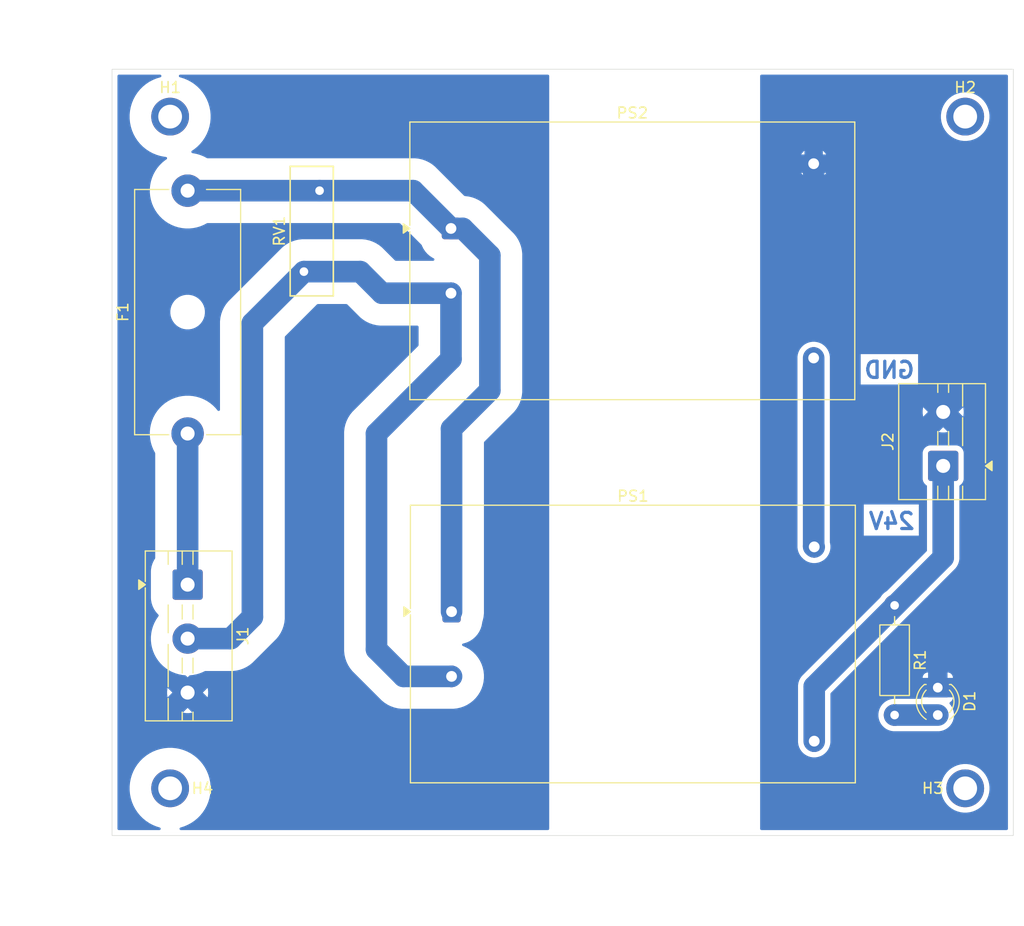
<source format=kicad_pcb>
(kicad_pcb (version 20241229) (generator "pcbnew") (generator_version "9.0")
  (layers (0 "F.Cu" signal) (2 "B.Cu" signal) (13 "F.Paste" user) (15 "B.Paste" user) (5 "F.SilkS" user "F.Silkscreen") (7 "B.SilkS" user "B.Silkscreen") (1 "F.Mask" user) (3 "B.Mask" user) (25 "Edge.Cuts" user))
  (net 0 "")
  (net 1 "Net-(PS1-AC{slash}L)")
  (net 2 "Net-(J1-Pin_1)")
  (net 3 "Earth")
  (net 4 "Net-(J1-Pin_2)")
  (net 5 "GND")
  (net 6 "+24V")
  (net 7 "Net-(PS1--Vout)")
  (net 12 "Net-(D1-A)")
  (footprint "Resistor_THT:R_Axial_DIN0207_L6.3mm_D2.5mm_P10.16mm_Horizontal" (layer "F.Cu") (at 123 85.92 -90)
    (property "Reference" "R1" (at 5.08 -2.37 90) (layer "F.SilkS"))
    (property "Value" "R")
    (fp_line (start 1.04 0) (end 1.81 0) (stroke (width 0.12)) (layer "F.SilkS"))
    (fp_line (start 9.12 0) (end 8.35 0) (stroke (width 0.12)) (layer "F.SilkS"))
    (fp_rect (start 1.81 -1.37) (end 8.35 1.37) (stroke (width 0.12)) (fill no) (layer "F.SilkS"))
    (pad "1" thru_hole circle (at 0 0 270) (size 2 2) (drill 0.8) (layers "*.Cu" "*.Mask") (net 6 "+24V"))
    (pad "2" thru_hole circle (at 10.16 0 270) (size 2 2) (drill 0.8) (layers "*.Cu" "*.Mask") (net 12 "Net-(D1-A)"))
  )
  (footprint "Converter_ACDC:Converter_ACDC_Hi-Link_HLK-5Mxx" (layer "F.Cu") (at 81.9525 86.5)
    (property "Reference" "PS1" (at 16.8 -10.7 0) (layer "F.SilkS"))
    (property "Value" "HLK-5M12")
    (fp_line (start -3.81 -9.86) (end 37.41 -9.86) (stroke (width 0.12)) (layer "F.SilkS"))
    (fp_line (start -3.81 -0.296) (end -3.81 -9.86) (stroke (width 0.12)) (layer "F.SilkS"))
    (fp_line (start -3.81 15.86) (end -3.81 0.296) (stroke (width 0.12)) (layer "F.SilkS"))
    (fp_line (start 37.41 -9.86) (end 37.41 15.86) (stroke (width 0.12)) (layer "F.SilkS"))
    (fp_line (start 37.41 15.86) (end -3.81 15.86) (stroke (width 0.12)) (layer "F.SilkS"))
    (fp_poly (pts (xy -3.81 0) (xy -4.42 0.44) (xy -4.42 -0.44)) (stroke (width 0.12)) (fill yes) (layer "F.SilkS"))
    (pad "1" thru_hole roundrect (at 0 0) (size 1.7 2) (drill 1) (layers "*.Cu" "*.Mask") (roundrect_rratio 0.147059) (net 1 "Net-(PS1-AC{slash}L)"))
    (pad "2" thru_hole oval (at 0 6) (size 1.7 2) (drill 1) (layers "*.Cu" "*.Mask") (net 4 "Net-(J1-Pin_2)"))
    (pad "3" thru_hole oval (at 33.6 -6) (size 1.7 2) (drill 1) (layers "*.Cu" "*.Mask") (net 7 "Net-(PS1--Vout)"))
    (pad "4" thru_hole oval (at 33.6 12) (size 1.7 2) (drill 1) (layers "*.Cu" "*.Mask") (net 6 "+24V"))
  )
  (footprint "Converter_ACDC:Converter_ACDC_Hi-Link_HLK-5Mxx" (layer "F.Cu") (at 81.9 51)
    (property "Reference" "PS2" (at 16.8 -10.7 0) (layer "F.SilkS"))
    (property "Value" "HLK-5M12")
    (fp_line (start -3.81 -9.86) (end 37.41 -9.86) (stroke (width 0.12)) (layer "F.SilkS"))
    (fp_line (start -3.81 -0.296) (end -3.81 -9.86) (stroke (width 0.12)) (layer "F.SilkS"))
    (fp_line (start -3.81 15.86) (end -3.81 0.296) (stroke (width 0.12)) (layer "F.SilkS"))
    (fp_line (start 37.41 -9.86) (end 37.41 15.86) (stroke (width 0.12)) (layer "F.SilkS"))
    (fp_line (start 37.41 15.86) (end -3.81 15.86) (stroke (width 0.12)) (layer "F.SilkS"))
    (fp_poly (pts (xy -3.81 0) (xy -4.42 0.44) (xy -4.42 -0.44)) (stroke (width 0.12)) (fill yes) (layer "F.SilkS"))
    (pad "1" thru_hole roundrect (at 0 0) (size 1.7 2) (drill 1) (layers "*.Cu" "*.Mask") (roundrect_rratio 0.147059) (net 1 "Net-(PS1-AC{slash}L)"))
    (pad "2" thru_hole oval (at 0 6) (size 1.7 2) (drill 1) (layers "*.Cu" "*.Mask") (net 4 "Net-(J1-Pin_2)"))
    (pad "3" thru_hole oval (at 33.6 -6) (size 1.7 2) (drill 1) (layers "*.Cu" "*.Mask") (net 5 "GND"))
    (pad "4" thru_hole oval (at 33.6 12) (size 1.7 2) (drill 1) (layers "*.Cu" "*.Mask") (net 7 "Net-(PS1--Vout)"))
  )
  (footprint "TerminalBlock:TerminalBlock_MaiXu_MX126-5.0-03P_1x03_P5.00mm" (layer "F.Cu") (at 57.5 84 -90)
    (property "Reference" "J1" (at 4.75 -5.12 90) (layer "F.SilkS"))
    (property "Value" "Screw_Terminal_01x03")
    (fp_line (start -3.12 3.92) (end -3.12 -4.12) (stroke (width 0.12)) (layer "F.SilkS"))
    (fp_line (start -0.3 3.92) (end -3.12 3.92) (stroke (width 0.12)) (layer "F.SilkS"))
    (fp_line (start 12.62 3.92) (end 0.3 3.92) (stroke (width 0.12)) (layer "F.SilkS"))
    (fp_line (start -3.12 1.8) (end -1.88 1.8) (stroke (width 0.12)) (layer "F.SilkS"))
    (fp_line (start 1.88 1.8) (end 4.457 1.8) (stroke (width 0.12)) (layer "F.SilkS"))
    (fp_line (start 5.543 1.8) (end 9.457 1.8) (stroke (width 0.12)) (layer "F.SilkS"))
    (fp_line (start 10.543 1.8) (end 12.62 1.8) (stroke (width 0.12)) (layer "F.SilkS"))
    (fp_line (start -3.12 0.5) (end -1.88 0.5) (stroke (width 0.12)) (layer "F.SilkS"))
    (fp_line (start 1.88 0.5) (end 3.188 0.5) (stroke (width 0.12)) (layer "F.SilkS"))
    (fp_line (start 6.812 0.5) (end 8.188 0.5) (stroke (width 0.12)) (layer "F.SilkS"))
    (fp_line (start 11.812 0.5) (end 12.62 0.5) (stroke (width 0.12)) (layer "F.SilkS"))
    (fp_line (start -3.12 -0.5) (end -1.88 -0.5) (stroke (width 0.12)) (layer "F.SilkS"))
    (fp_line (start 1.88 -0.5) (end 3.188 -0.5) (stroke (width 0.12)) (layer "F.SilkS"))
    (fp_line (start 6.812 -0.5) (end 8.188 -0.5) (stroke (width 0.12)) (layer "F.SilkS"))
    (fp_line (start 11.812 -0.5) (end 12.62 -0.5) (stroke (width 0.12)) (layer "F.SilkS"))
    (fp_line (start -3.12 -4.12) (end 12.62 -4.12) (stroke (width 0.12)) (layer "F.SilkS"))
    (fp_line (start 12.62 -4.12) (end 12.62 3.92) (stroke (width 0.12)) (layer "F.SilkS"))
    (fp_poly (pts (xy 0 3.92) (xy 0.44 4.53) (xy -0.44 4.53)) (stroke (width 0.12)) (fill yes) (layer "F.SilkS"))
    (pad "1" thru_hole roundrect (at 0 0 270) (size 2.8 2.8) (drill 1.3) (layers "*.Cu" "*.Mask") (roundrect_rratio 0.089286) (net 2 "Net-(J1-Pin_1)"))
    (pad "2" thru_hole circle (at 5 0 270) (size 2.8 2.8) (drill 1.3) (layers "*.Cu" "*.Mask") (net 4 "Net-(J1-Pin_2)"))
    (pad "3" thru_hole circle (at 10 0 270) (size 2.8 2.8) (drill 1.3) (layers "*.Cu" "*.Mask") (net 3 "Earth"))
  )
  (footprint "Fuse:Fuseholder_Cylinder-5x20mm_Schurter_0031_8201_Horizontal_Open" (layer "F.Cu") (at 57.5 70 90)
    (property "Reference" "F1" (at 11.25 -6 90) (layer "F.SilkS"))
    (property "Value" "Fuse")
    (fp_line (start -0.11 -4.91) (end 22.61 -4.91) (stroke (width 0.12)) (layer "F.SilkS"))
    (fp_line (start 22.61 -1.75) (end 22.61 -4.91) (stroke (width 0.12)) (layer "F.SilkS"))
    (fp_line (start -0.11 -1.75) (end -0.11 -4.91) (stroke (width 0.12)) (layer "F.SilkS"))
    (fp_line (start 22.61 4.91) (end 22.61 1.75) (stroke (width 0.12)) (layer "F.SilkS"))
    (fp_line (start -0.11 4.91) (end -0.11 1.75) (stroke (width 0.12)) (layer "F.SilkS"))
    (fp_line (start -0.11 4.91) (end 22.61 4.91) (stroke (width 0.12)) (layer "F.SilkS"))
    (pad "" np_thru_hole circle (at 11.25 0 90) (size 2.7 2.7) (drill 2.7) (layers "*.Cu" "*.Mask"))
    (pad "1" thru_hole circle (at 0 0 90) (size 3 3) (drill 1.3) (layers "*.Cu" "*.Mask") (net 2 "Net-(J1-Pin_1)"))
    (pad "2" thru_hole circle (at 22.5 0 90) (size 3 3) (drill 1.3) (layers "*.Cu" "*.Mask") (net 1 "Net-(PS1-AC{slash}L)"))
  )
  (footprint "Varistor:RV_Disc_D12mm_W4mm_P7.5mm" (layer "F.Cu") (at 69.725 47.5 -90)
    (property "Reference" "RV1" (at 3.75 3.725 90) (layer "F.SilkS"))
    (property "Value" "Varistor")
    (fp_line (start -2.25 2.725) (end 9.75 2.725) (stroke (width 0.15)) (layer "F.SilkS"))
    (fp_line (start -2.25 -1.275) (end -2.25 2.725) (stroke (width 0.15)) (layer "F.SilkS"))
    (fp_line (start -2.25 -1.275) (end 9.75 -1.275) (stroke (width 0.15)) (layer "F.SilkS"))
    (fp_line (start 9.75 -1.275) (end 9.75 2.725) (stroke (width 0.15)) (layer "F.SilkS"))
    (pad "1" thru_hole circle (at 0 0 270) (size 1.8 1.8) (drill 0.8) (layers "*.Cu" "*.Mask") (net 1 "Net-(PS1-AC{slash}L)"))
    (pad "2" thru_hole circle (at 7.5 1.45 270) (size 1.8 1.8) (drill 0.8) (layers "*.Cu" "*.Mask") (net 4 "Net-(J1-Pin_2)"))
  )
  (footprint "MountingHole:MountingHole_2.2mm_M2_ISO7380_Pad" (layer "F.Cu") (at 129.54 102.87)
    (property "Reference" "H3" (at -3 0 0) (layer "F.SilkS"))
    (property "Value" "MountingHole_2.2mm_M2_ISO7380_Pad" (hide yes))
    (pad "1" thru_hole circle (at 0 0) (size 3.5 3.5) (drill 2.2) (layers "*.Cu" "*.Mask"))
  )
  (footprint "MountingHole:MountingHole_2.2mm_M2_ISO7380_Pad" (layer "F.Cu") (at 55.88 40.64)
    (property "Reference" "H1" (at 0 -2.7 0) (layer "F.SilkS"))
    (property "Value" "MountingHole_2.2mm_M2_ISO7380_Pad" (hide yes))
    (pad "1" thru_hole circle (at 0 0) (size 3.5 3.5) (drill 2.2) (layers "*.Cu" "*.Mask"))
  )
  (footprint "TerminalBlock:TerminalBlock_MaiXu_MX126-5.0-02P_1x02_P5.00mm" (layer "F.Cu") (at 127.5 73 90)
    (property "Reference" "J2" (at 2.25 -5.12 90) (layer "F.SilkS"))
    (property "Value" "Screw_Terminal_01x02")
    (fp_line (start 7.62 -4.12) (end 7.62 3.92) (stroke (width 0.12)) (layer "F.SilkS"))
    (fp_line (start -3.12 -4.12) (end 7.62 -4.12) (stroke (width 0.12)) (layer "F.SilkS"))
    (fp_line (start 6.812 -0.5) (end 7.62 -0.5) (stroke (width 0.12)) (layer "F.SilkS"))
    (fp_line (start 1.88 -0.5) (end 3.188 -0.5) (stroke (width 0.12)) (layer "F.SilkS"))
    (fp_line (start -3.12 -0.5) (end -1.88 -0.5) (stroke (width 0.12)) (layer "F.SilkS"))
    (fp_line (start 6.812 0.5) (end 7.62 0.5) (stroke (width 0.12)) (layer "F.SilkS"))
    (fp_line (start 1.88 0.5) (end 3.188 0.5) (stroke (width 0.12)) (layer "F.SilkS"))
    (fp_line (start -3.12 0.5) (end -1.88 0.5) (stroke (width 0.12)) (layer "F.SilkS"))
    (fp_line (start 5.543 1.8) (end 7.62 1.8) (stroke (width 0.12)) (layer "F.SilkS"))
    (fp_line (start 1.88 1.8) (end 4.457 1.8) (stroke (width 0.12)) (layer "F.SilkS"))
    (fp_line (start -3.12 1.8) (end -1.88 1.8) (stroke (width 0.12)) (layer "F.SilkS"))
    (fp_line (start 7.62 3.92) (end 0.3 3.92) (stroke (width 0.12)) (layer "F.SilkS"))
    (fp_line (start -0.3 3.92) (end -3.12 3.92) (stroke (width 0.12)) (layer "F.SilkS"))
    (fp_line (start -3.12 3.92) (end -3.12 -4.12) (stroke (width 0.12)) (layer "F.SilkS"))
    (fp_poly (pts (xy 0 3.92) (xy 0.44 4.53) (xy -0.44 4.53)) (stroke (width 0.12)) (fill yes) (layer "F.SilkS"))
    (pad "1" thru_hole roundrect (at 0 0 90) (size 2.8 2.8) (drill 1.3) (layers "*.Cu" "*.Mask") (roundrect_rratio 0.089286) (net 6 "+24V"))
    (pad "2" thru_hole circle (at 5 0 90) (size 2.8 2.8) (drill 1.3) (layers "*.Cu" "*.Mask") (net 5 "GND"))
  )
  (footprint "LED_THT:LED_D3.0mm" (layer "F.Cu") (at 127 93.54 -90)
    (property "Reference" "D1" (at 1.27 -2.96 270) (layer "F.SilkS"))
    (property "Value" "LED")
    (fp_line (start -0.29 1.08) (end -0.29 1.236) (stroke (width 0.12)) (layer "F.SilkS"))
    (fp_line (start -0.29 -1.236) (end -0.29 -1.08) (stroke (width 0.12)) (layer "F.SilkS"))
    (fp_arc (start 2.310961 1.08) (mid 1.27 1.5) (end 0.229039 1.08) (stroke (width 0.12)) (layer "F.SilkS"))
    (fp_arc (start 2.941437 1.08) (mid 1.36566 1.987699) (end -0.29 1.235516) (stroke (width 0.12)) (layer "F.SilkS"))
    (fp_arc (start 0.229039 -1.08) (mid 1.27 -1.5) (end 2.310961 -1.08) (stroke (width 0.12)) (layer "F.SilkS"))
    (fp_arc (start -0.29 -1.235516) (mid 1.36566 -1.987699) (end 2.941437 -1.08) (stroke (width 0.12)) (layer "F.SilkS"))
    (pad "1" thru_hole rect (at 0 0 270) (size 1.8 1.8) (drill 0.9) (layers "*.Cu" "*.Mask") (net 5 "GND"))
    (pad "2" thru_hole circle (at 2.54 0 270) (size 1.8 1.8) (drill 0.9) (layers "*.Cu" "*.Mask") (net 12 "Net-(D1-A)"))
  )
  (footprint "MountingHole:MountingHole_2.2mm_M2_ISO7380_Pad" (layer "F.Cu") (at 129.54 40.64)
    (property "Reference" "H2" (at 0 -2.7 0) (layer "F.SilkS"))
    (property "Value" "MountingHole_2.2mm_M2_ISO7380_Pad" (hide yes))
    (pad "1" thru_hole circle (at 0 0) (size 3.5 3.5) (drill 2.2) (layers "*.Cu" "*.Mask"))
  )
  (footprint "MountingHole:MountingHole_2.2mm_M2_ISO7380_Pad" (layer "F.Cu") (at 55.88 102.87)
    (property "Reference" "H4" (at 3 0 0) (layer "F.SilkS"))
    (property "Value" "MountingHole_2.2mm_M2_ISO7380_Pad" (hide yes))
    (pad "1" thru_hole circle (at 0 0) (size 3.5 3.5) (drill 2.2) (layers "*.Cu" "*.Mask"))
  )
  (gr_rect (start 50.5 36.25) (end 134 107.242) (stroke (width 0.05)) (fill no) (layer "Edge.Cuts"))
  (gr_text "24V" (at 125 79 0) (layer "B.Cu") (effects (font (size 1.5 1.5) (thickness 0.3) (bold yes)) (justify left bottom mirror)))
  (gr_text "GND" (at 125 65 0) (layer "B.Cu") (effects (font (size 1.5 1.5) (thickness 0.3) (bold yes)) (justify left bottom mirror)))
  (segment (start 83 51) (end 81.9 51) (width 2) (layer "B.Cu") (net 1))
  (segment (start 85.5 53.5) (end 83 51) (width 2) (layer "B.Cu") (net 1))
  (segment (start 78.4 47.5) (end 81.9 51) (width 2) (layer "B.Cu") (net 1))
  (segment (start 81.9525 86.5) (end 81.9525 69.5475) (width 2) (layer "B.Cu") (net 1))
  (segment (start 85.5 66) (end 85.5 53.5) (width 2) (layer "B.Cu") (net 1))
  (segment (start 81.9525 69.5475) (end 85.5 66) (width 2) (layer "B.Cu") (net 1))
  (segment (start 57.5 47.5) (end 69.725 47.5) (width 2) (layer "B.Cu") (net 1))
  (segment (start 69.725 47.5) (end 78.4 47.5) (width 2) (layer "B.Cu") (net 1))
  (segment (start 57.5 84) (end 57.5 70) (width 2) (layer "B.Cu") (net 2))
  (segment (start 81.9 63.1) (end 75 70) (width 2) (layer "B.Cu") (net 4))
  (segment (start 63.5 59.775) (end 68.275 55) (width 2) (layer "B.Cu") (net 4))
  (segment (start 63.5 87) (end 63.5 59.775) (width 2) (layer "B.Cu") (net 4))
  (segment (start 75 90) (end 77.5 92.5) (width 2) (layer "B.Cu") (net 4))
  (segment (start 75 70) (end 75 90) (width 2) (layer "B.Cu") (net 4))
  (segment (start 75.5 57) (end 73.5 55) (width 2) (layer "B.Cu") (net 4))
  (segment (start 61.5 89) (end 63.5 87) (width 2) (layer "B.Cu") (net 4))
  (segment (start 77.5 92.5) (end 81.9525 92.5) (width 2) (layer "B.Cu") (net 4))
  (segment (start 81.9 57) (end 81.9 63.1) (width 2) (layer "B.Cu") (net 4))
  (segment (start 81.9 57) (end 75.5 57) (width 2) (layer "B.Cu") (net 4))
  (segment (start 73.5 55) (end 68.275 55) (width 2) (layer "B.Cu") (net 4))
  (segment (start 57.5 89) (end 61.5 89) (width 2) (layer "B.Cu") (net 4))
  (segment (start 127.5 61.5) (end 127.5 68) (width 2) (layer "B.Cu") (net 5))
  (segment (start 115.5 49.5) (end 127.5 61.5) (width 2) (layer "B.Cu") (net 5))
  (segment (start 115.5 45) (end 115.5 49.5) (width 2) (layer "B.Cu") (net 5))
  (segment (start 115.5525 98.5) (end 115.5525 93.4475) (width 2) (layer "B.Cu") (net 6))
  (segment (start 115.5525 93.4475) (end 127.5 81.5) (width 2) (layer "B.Cu") (net 6))
  (segment (start 127.5 81.5) (end 127.5 73) (width 2) (layer "B.Cu") (net 6))
  (segment (start 115.5 63) (end 115.5 80.4475) (width 2) (layer "B.Cu") (net 7))
  (segment (start 115.5 80.4475) (end 115.5525 80.5) (width 2) (layer "B.Cu") (net 7))
  (segment (start 123 96.08) (end 127 96.08) (width 2) (layer "B.Cu") (net 12))
  (zone (net 5) (net_name "GND") (layer "B.Cu") (priority 1) (connect_pads (clearance 0.5)) (min_thickness 0.25) (fill yes (thermal_gap 0.5) (thermal_bridge_width 2) (island_removal_mode 1) (island_area_min 10))
    (polygon (pts (xy 110.54 36) (xy 135 36) (xy 135 108) (xy 110.54 108)))
  )
  (zone (net 3) (net_name "Earth") (layer "B.Cu") (connect_pads (clearance 2)) (min_thickness 0.25) (fill yes (thermal_gap 0.5) (thermal_bridge_width 2))
    (polygon (pts (xy 50 35.5682) (xy 91 35.5682) (xy 91 108) (xy 50 108)))
  )
)
</source>
